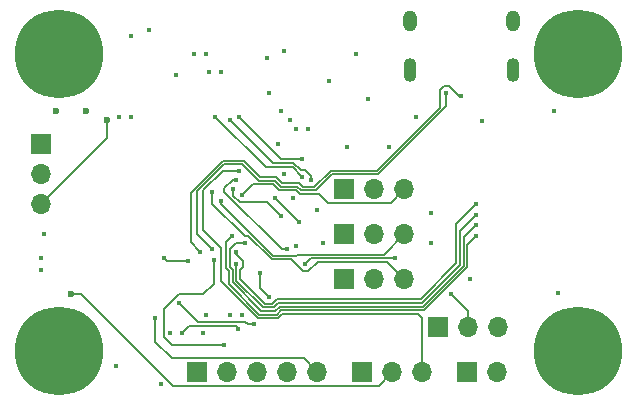
<source format=gbr>
%TF.GenerationSoftware,KiCad,Pcbnew,8.0.4*%
%TF.CreationDate,2024-11-29T22:22:18-05:00*%
%TF.ProjectId,SRSFC,53525346-432e-46b6-9963-61645f706362,V1.0*%
%TF.SameCoordinates,Original*%
%TF.FileFunction,Copper,L4,Bot*%
%TF.FilePolarity,Positive*%
%FSLAX46Y46*%
G04 Gerber Fmt 4.6, Leading zero omitted, Abs format (unit mm)*
G04 Created by KiCad (PCBNEW 8.0.4) date 2024-11-29 22:22:18*
%MOMM*%
%LPD*%
G01*
G04 APERTURE LIST*
%TA.AperFunction,ComponentPad*%
%ADD10R,1.700000X1.700000*%
%TD*%
%TA.AperFunction,ComponentPad*%
%ADD11O,1.700000X1.700000*%
%TD*%
%TA.AperFunction,ComponentPad*%
%ADD12O,1.100000X2.000000*%
%TD*%
%TA.AperFunction,ComponentPad*%
%ADD13O,1.200000X1.800000*%
%TD*%
%TA.AperFunction,ComponentPad*%
%ADD14C,7.500000*%
%TD*%
%TA.AperFunction,ViaPad*%
%ADD15C,0.450000*%
%TD*%
%TA.AperFunction,ViaPad*%
%ADD16C,0.600000*%
%TD*%
%TA.AperFunction,Conductor*%
%ADD17C,0.200000*%
%TD*%
G04 APERTURE END LIST*
D10*
%TO.P,J6,1,Pin_1*%
%TO.N,GND*%
X147066000Y-101092000D03*
D11*
%TO.P,J6,2,Pin_2*%
%TO.N,VCC*%
X149606000Y-101092000D03*
%TO.P,J6,3,Pin_3*%
%TO.N,/servo_4*%
X152146000Y-101092000D03*
%TD*%
D10*
%TO.P,J1,1,Pin_1*%
%TO.N,/SWCLK*%
X134620000Y-112776000D03*
D11*
%TO.P,J1,2,Pin_2*%
%TO.N,/SWDIO*%
X137160000Y-112776000D03*
%TO.P,J1,3,Pin_3*%
%TO.N,GND*%
X139700000Y-112776000D03*
%TO.P,J1,4,Pin_4*%
%TO.N,+3.3V*%
X142240000Y-112776000D03*
%TO.P,J1,5,Pin_5*%
%TO.N,/boot0*%
X144780000Y-112776000D03*
%TD*%
D12*
%TO.P,USB1,13,SHELL*%
%TO.N,GND*%
X161297000Y-87241500D03*
D13*
X161297000Y-83041500D03*
D12*
%TO.P,USB1,14,SHELL*%
X152647000Y-87241500D03*
D13*
X152647000Y-83041500D03*
%TD*%
D10*
%TO.P,J8,1,Pin_1*%
%TO.N,GND*%
X121412000Y-93472000D03*
D11*
%TO.P,J8,2,Pin_2*%
%TO.N,VCC*%
X121412000Y-96012000D03*
%TO.P,J8,3,Pin_3*%
%TO.N,/IBUS_RX*%
X121412000Y-98552000D03*
%TD*%
D10*
%TO.P,J3,1,Pin_1*%
%TO.N,GND*%
X148590000Y-112776000D03*
D11*
%TO.P,J3,2,Pin_2*%
%TO.N,VCC*%
X151130000Y-112776000D03*
%TO.P,J3,3,Pin_3*%
%TO.N,/servo_1*%
X153670000Y-112776000D03*
%TD*%
D14*
%TO.P,H4,1*%
%TO.N,N/C*%
X166878000Y-110998000D03*
%TD*%
D10*
%TO.P,J7,1,Pin_1*%
%TO.N,GND*%
X147066000Y-97282000D03*
D11*
%TO.P,J7,2,Pin_2*%
%TO.N,VCC*%
X149606000Y-97282000D03*
%TO.P,J7,3,Pin_3*%
%TO.N,/servo_5*%
X152146000Y-97282000D03*
%TD*%
D10*
%TO.P,J5,1,Pin_1*%
%TO.N,GND*%
X147066000Y-104902000D03*
D11*
%TO.P,J5,2,Pin_2*%
%TO.N,VCC*%
X149606000Y-104902000D03*
%TO.P,J5,3,Pin_3*%
%TO.N,/servo_3*%
X152146000Y-104902000D03*
%TD*%
D10*
%TO.P,J2,1,Pin_1*%
%TO.N,GND*%
X157480000Y-112776000D03*
D11*
%TO.P,J2,2,Pin_2*%
%TO.N,VCC*%
X160020000Y-112776000D03*
%TD*%
D14*
%TO.P,H3,1*%
%TO.N,N/C*%
X122936000Y-110998000D03*
%TD*%
D10*
%TO.P,J4,1,Pin_1*%
%TO.N,GND*%
X154955000Y-108966000D03*
D11*
%TO.P,J4,2,Pin_2*%
%TO.N,VCC*%
X157495000Y-108966000D03*
%TO.P,J4,3,Pin_3*%
%TO.N,/servo_2*%
X160035000Y-108966000D03*
%TD*%
D14*
%TO.P,H2,1*%
%TO.N,N/C*%
X166878000Y-85852000D03*
%TD*%
%TO.P,H1,1*%
%TO.N,N/C*%
X122936000Y-85852000D03*
%TD*%
D15*
%TO.N,GND*%
X136652000Y-87376000D03*
X158690000Y-91500000D03*
X135382000Y-85852000D03*
X141986000Y-96012000D03*
X150876000Y-93726000D03*
X153162000Y-91186000D03*
X147320000Y-93726000D03*
X121666000Y-101092000D03*
D16*
X125222000Y-90678000D03*
D15*
X127762000Y-112268000D03*
X135382000Y-107950000D03*
X121412000Y-103124000D03*
X142494000Y-91440000D03*
X132334000Y-109474000D03*
X137414000Y-107950000D03*
X164846000Y-90678000D03*
X129032000Y-84328000D03*
X143002000Y-102108000D03*
X144780000Y-99060000D03*
X129032000Y-91186000D03*
X144018000Y-92202000D03*
X145796000Y-88138000D03*
X140716000Y-89154000D03*
X132842000Y-87630000D03*
X165172000Y-106100000D03*
X154432000Y-101854000D03*
X140520793Y-86175316D03*
X130556000Y-83820000D03*
X157734000Y-104902000D03*
%TO.N,+3.3V*%
X131572000Y-113792000D03*
X135636000Y-87376000D03*
X134366000Y-85852000D03*
X121412000Y-104140000D03*
X141478000Y-93472000D03*
X149098000Y-89662000D03*
X141732000Y-90678000D03*
X143002000Y-92202000D03*
X142748000Y-98044000D03*
X135128000Y-109474000D03*
X138430000Y-107950000D03*
X128016000Y-91186000D03*
X154432000Y-99314000D03*
X145288000Y-101854000D03*
X141986000Y-85598000D03*
X148082000Y-85852000D03*
D16*
X122682000Y-90678000D03*
D15*
%TO.N,/servo_3*%
X135890000Y-97536000D03*
%TO.N,/servo_4*%
X136652000Y-98298000D03*
%TO.N,/SWCLK*%
X139954000Y-104394000D03*
X138078122Y-109122122D03*
X133350000Y-109474000D03*
X140716000Y-106426000D03*
%TO.N,/SWDIO*%
X136906000Y-110490000D03*
X136017000Y-103251000D03*
%TO.N,/boot0*%
X131064000Y-108204000D03*
%TO.N,/servo_5*%
X133858000Y-103378000D03*
X138430000Y-97790000D03*
X131826000Y-103124000D03*
%TO.N,/SDIO_D0*%
X139414250Y-108743750D03*
X133096000Y-106934000D03*
%TO.N,/SDIO_D3*%
X158242000Y-98552000D03*
X137922000Y-102616000D03*
%TO.N,/USB-*%
X134874000Y-102616000D03*
X156972000Y-89408000D03*
%TO.N,/USB+*%
X135890000Y-102362000D03*
X155702000Y-89154000D03*
%TO.N,/SPI_CS_LSM*%
X143256000Y-100076000D03*
X141224000Y-98044000D03*
%TO.N,/SPI_SCK_BMP*%
X143510000Y-94742000D03*
X138176000Y-91186000D03*
%TO.N,/SDIO_CMD*%
X137541000Y-101219000D03*
X158242000Y-101219000D03*
%TO.N,/SPI_MISO_BMP*%
X137414000Y-91440000D03*
X144272000Y-96520000D03*
%TO.N,/SDIO_SCK*%
X158242000Y-100330000D03*
X138684000Y-101854000D03*
%TO.N,/SPI_MOSI_BMP*%
X143510000Y-96266000D03*
X136144000Y-91186000D03*
%TO.N,/SD_CD*%
X143764000Y-103632000D03*
X151384000Y-103124000D03*
D16*
%TO.N,/IBUS_RX*%
X127000000Y-91440000D03*
D15*
%TO.N,/SDIO_D2*%
X137922000Y-103632000D03*
X158242000Y-99441000D03*
%TO.N,/SPI_MISO_LSM*%
X137922000Y-96520000D03*
X142240000Y-102362000D03*
%TO.N,/SPI_SCK_LSM*%
X141669182Y-99563302D03*
X137668000Y-97282000D03*
D16*
%TO.N,VCC*%
X123952000Y-106172000D03*
D15*
X156068998Y-106172000D03*
%TO.N,/servo_1*%
X138176000Y-95758000D03*
%TD*%
D17*
%TO.N,/servo_3*%
X142553578Y-103241822D02*
X143523756Y-104212000D01*
X150667822Y-103423822D02*
X152146000Y-104902000D01*
X135890000Y-98552000D02*
X138612000Y-101274000D01*
X138612000Y-101274000D02*
X138924244Y-101274000D01*
X140892066Y-103241822D02*
X142553578Y-103241822D01*
X135890000Y-97536000D02*
X135890000Y-98552000D01*
X144004244Y-104212000D02*
X144792422Y-103423822D01*
X144792422Y-103423822D02*
X150667822Y-103423822D01*
X138924244Y-101274000D02*
X140892066Y-103241822D01*
X143523756Y-104212000D02*
X144004244Y-104212000D01*
%TO.N,/servo_4*%
X136652000Y-98298000D02*
X136652000Y-98552000D01*
X143106066Y-102824178D02*
X150413822Y-102824178D01*
X150413822Y-102824178D02*
X152146000Y-101092000D01*
X141042000Y-102942000D02*
X142988244Y-102942000D01*
X142988244Y-102942000D02*
X143106066Y-102824178D01*
X136652000Y-98552000D02*
X141042000Y-102942000D01*
%TO.N,/SWCLK*%
X139954000Y-105664000D02*
X140716000Y-106426000D01*
X138078122Y-109122122D02*
X137850000Y-108894000D01*
X137850000Y-108894000D02*
X133930000Y-108894000D01*
X133930000Y-108894000D02*
X133350000Y-109474000D01*
X139954000Y-104394000D02*
X139954000Y-105664000D01*
%TO.N,/SWDIO*%
X135128000Y-106172000D02*
X133037756Y-106172000D01*
X133037756Y-106172000D02*
X131754000Y-107455756D01*
X131754000Y-109800000D02*
X132444000Y-110490000D01*
X132444000Y-110490000D02*
X136906000Y-110490000D01*
X136017000Y-105283000D02*
X135128000Y-106172000D01*
X136017000Y-103251000D02*
X136017000Y-105283000D01*
X131754000Y-107455756D02*
X131754000Y-109800000D01*
%TO.N,/boot0*%
X131064000Y-110236000D02*
X132454000Y-111626000D01*
X143630000Y-111626000D02*
X144780000Y-112776000D01*
X132454000Y-111626000D02*
X143630000Y-111626000D01*
X131064000Y-108204000D02*
X131064000Y-110236000D01*
%TO.N,/servo_5*%
X143275376Y-97699644D02*
X144943644Y-97699644D01*
X145676000Y-98432000D02*
X150996000Y-98432000D01*
X139354356Y-96865644D02*
X141033864Y-96865644D01*
X138430000Y-97790000D02*
X139354356Y-96865644D01*
X150996000Y-98432000D02*
X152146000Y-97282000D01*
X132080000Y-103378000D02*
X131826000Y-103124000D01*
X142949376Y-97373644D02*
X143275376Y-97699644D01*
X141033864Y-96865644D02*
X141541864Y-97373644D01*
X141541864Y-97373644D02*
X142949376Y-97373644D01*
X144943644Y-97699644D02*
X145676000Y-98432000D01*
X133858000Y-103378000D02*
X132080000Y-103378000D01*
%TO.N,/SDIO_D0*%
X139414250Y-108743750D02*
X138883994Y-108743750D01*
X138670244Y-108530000D02*
X134692000Y-108530000D01*
X134692000Y-108530000D02*
X133096000Y-106934000D01*
X138883994Y-108743750D02*
X138670244Y-108530000D01*
%TO.N,/SDIO_D3*%
X138249000Y-104903208D02*
X138249000Y-104125244D01*
X138249000Y-104125244D02*
X138502000Y-103872244D01*
X158242000Y-98552000D02*
X156527178Y-100266822D01*
X140956244Y-107006000D02*
X140351792Y-107006000D01*
X156527178Y-100266822D02*
X156527178Y-103566786D01*
X137922000Y-102811756D02*
X137922000Y-102616000D01*
X156527178Y-103566786D02*
X153512964Y-106581000D01*
X153512964Y-106581000D02*
X141381244Y-106581000D01*
X140351792Y-107006000D02*
X138249000Y-104903208D01*
X141381244Y-106581000D02*
X140956244Y-107006000D01*
X138502000Y-103872244D02*
X138502000Y-103391756D01*
X138502000Y-103391756D02*
X137922000Y-102811756D01*
%TO.N,/USB-*%
X141790244Y-96774000D02*
X143197756Y-96774000D01*
X138540434Y-94878178D02*
X139928256Y-96266000D01*
X155122000Y-88913756D02*
X155461756Y-88574000D01*
X149794054Y-95712178D02*
X155122000Y-90384232D01*
X156776244Y-89408000D02*
X156972000Y-89408000D01*
X134040000Y-97608000D02*
X136769822Y-94878178D01*
X155942244Y-88574000D02*
X156776244Y-89408000D01*
X155122000Y-90384232D02*
X155122000Y-88913756D01*
X139928256Y-96266000D02*
X141282244Y-96266000D01*
X134874000Y-102616000D02*
X134040000Y-101782000D01*
X145911810Y-95712178D02*
X149794054Y-95712178D01*
X155461756Y-88574000D02*
X155942244Y-88574000D01*
X134040000Y-101782000D02*
X134040000Y-97608000D01*
X144523988Y-97100000D02*
X145911810Y-95712178D01*
X141282244Y-96266000D02*
X141790244Y-96774000D01*
X143197756Y-96774000D02*
X143523756Y-97100000D01*
X143523756Y-97100000D02*
X144523988Y-97100000D01*
X136769822Y-94878178D02*
X138540434Y-94878178D01*
%TO.N,/USB+*%
X143399566Y-97399822D02*
X144648178Y-97399822D01*
X135890000Y-102362000D02*
X134620000Y-101092000D01*
X138416244Y-95178000D02*
X139804066Y-96565822D01*
X143073566Y-97073822D02*
X143399566Y-97399822D01*
X146036000Y-96012000D02*
X149918244Y-96012000D01*
X141666054Y-97073822D02*
X143073566Y-97073822D01*
X149918244Y-96012000D02*
X155702000Y-90228244D01*
X136894012Y-95178000D02*
X138416244Y-95178000D01*
X141158054Y-96565822D02*
X141666054Y-97073822D01*
X144648178Y-97399822D02*
X146036000Y-96012000D01*
X134620000Y-101092000D02*
X134620000Y-97452012D01*
X139804066Y-96565822D02*
X141158054Y-96565822D01*
X155702000Y-90228244D02*
X155702000Y-89154000D01*
X134620000Y-97452012D02*
X136894012Y-95178000D01*
%TO.N,/SPI_CS_LSM*%
X143256000Y-100076000D02*
X141224000Y-98044000D01*
%TO.N,/SPI_SCK_BMP*%
X141732000Y-94742000D02*
X138176000Y-91186000D01*
X143510000Y-94742000D02*
X141732000Y-94742000D01*
%TO.N,/SDIO_CMD*%
X139863914Y-107905466D02*
X137268000Y-105309552D01*
X157453822Y-102007178D02*
X157453822Y-103912178D01*
X137268000Y-105309552D02*
X137268000Y-104260692D01*
X137015000Y-104007692D02*
X137015000Y-101745000D01*
X137015000Y-101745000D02*
X137541000Y-101219000D01*
X153804000Y-107562000D02*
X141672280Y-107562000D01*
X137268000Y-104260692D02*
X137015000Y-104007692D01*
X158242000Y-101219000D02*
X157453822Y-102007178D01*
X157453822Y-103912178D02*
X153804000Y-107562000D01*
X141672280Y-107562000D02*
X141328814Y-107905466D01*
X141328814Y-107905466D02*
X139863914Y-107905466D01*
%TO.N,/SPI_MISO_BMP*%
X144272000Y-96207756D02*
X144272000Y-96520000D01*
X137414000Y-91440000D02*
X141015822Y-95041822D01*
X143750244Y-95686000D02*
X144272000Y-96207756D01*
X143354012Y-95686000D02*
X143750244Y-95686000D01*
X141015822Y-95041822D02*
X142709834Y-95041822D01*
X142709834Y-95041822D02*
X143354012Y-95686000D01*
%TO.N,/SDIO_SCK*%
X158183756Y-100330000D02*
X157154000Y-101359756D01*
X141575268Y-107235000D02*
X141204624Y-107605644D01*
X137595000Y-105174104D02*
X137595000Y-104125244D01*
X153706988Y-107235000D02*
X141575268Y-107235000D01*
X140026540Y-107605644D02*
X137595000Y-105174104D01*
X157154000Y-101359756D02*
X157154000Y-103787988D01*
X137595000Y-104125244D02*
X137342000Y-103872244D01*
X157154000Y-103787988D02*
X153706988Y-107235000D01*
X158242000Y-100330000D02*
X158183756Y-100330000D01*
X141204624Y-107605644D02*
X140026540Y-107605644D01*
X137342000Y-102375756D02*
X137863756Y-101854000D01*
X137863756Y-101854000D02*
X138684000Y-101854000D01*
X137342000Y-103872244D02*
X137342000Y-102375756D01*
%TO.N,/SPI_MOSI_BMP*%
X140390000Y-95432000D02*
X136144000Y-91186000D01*
X142676000Y-95432000D02*
X140390000Y-95432000D01*
X143510000Y-96266000D02*
X142676000Y-95432000D01*
%TO.N,/SD_CD*%
X144272000Y-103124000D02*
X143764000Y-103632000D01*
X151384000Y-103124000D02*
X144272000Y-103124000D01*
%TO.N,/IBUS_RX*%
X127000000Y-92964000D02*
X121412000Y-98552000D01*
X127000000Y-91440000D02*
X127000000Y-92964000D01*
%TO.N,/SDIO_D2*%
X137922000Y-105038656D02*
X137922000Y-103632000D01*
X156827000Y-103690976D02*
X153609976Y-106908000D01*
X153609976Y-106908000D02*
X141478256Y-106908000D01*
X141478256Y-106908000D02*
X141080434Y-107305822D01*
X158242000Y-99441000D02*
X156827000Y-100856000D01*
X140189166Y-107305822D02*
X137922000Y-105038656D01*
X156827000Y-100856000D02*
X156827000Y-103690976D01*
X141080434Y-107305822D02*
X140189166Y-107305822D01*
%TO.N,/SPI_MISO_LSM*%
X137922000Y-96520000D02*
X137609756Y-96520000D01*
X136906000Y-97510256D02*
X141757744Y-102362000D01*
X136906000Y-97223756D02*
X136906000Y-97510256D01*
X137609756Y-96520000D02*
X136906000Y-97223756D01*
X141757744Y-102362000D02*
X142240000Y-102362000D01*
%TO.N,/SPI_SCK_LSM*%
X140475880Y-98370000D02*
X138189756Y-98370000D01*
X138189756Y-98370000D02*
X137668000Y-97848244D01*
X141669182Y-99563302D02*
X140475880Y-98370000D01*
X137668000Y-97848244D02*
X137668000Y-97282000D01*
%TO.N,VCC*%
X124772244Y-106172000D02*
X132526244Y-113926000D01*
X132526244Y-113926000D02*
X149980000Y-113926000D01*
X157495000Y-107598002D02*
X156068998Y-106172000D01*
X123952000Y-106172000D02*
X124772244Y-106172000D01*
X157495000Y-108966000D02*
X157495000Y-107598002D01*
X149980000Y-113926000D02*
X151130000Y-112776000D01*
%TO.N,/servo_1*%
X139701288Y-108205288D02*
X141453004Y-108205288D01*
X138176000Y-95758000D02*
X136738024Y-95758000D01*
X141453004Y-108205288D02*
X141796470Y-107861822D01*
X136597000Y-105101000D02*
X139701288Y-108205288D01*
X141796470Y-107861822D02*
X153327822Y-107861822D01*
X136738024Y-95758000D02*
X135128000Y-97368024D01*
X135128000Y-100779756D02*
X136597000Y-102248756D01*
X136597000Y-102248756D02*
X136597000Y-105101000D01*
X135128000Y-97368024D02*
X135128000Y-100779756D01*
X153670000Y-108204000D02*
X153670000Y-112776000D01*
X153327822Y-107861822D02*
X153670000Y-108204000D01*
%TD*%
M02*

</source>
